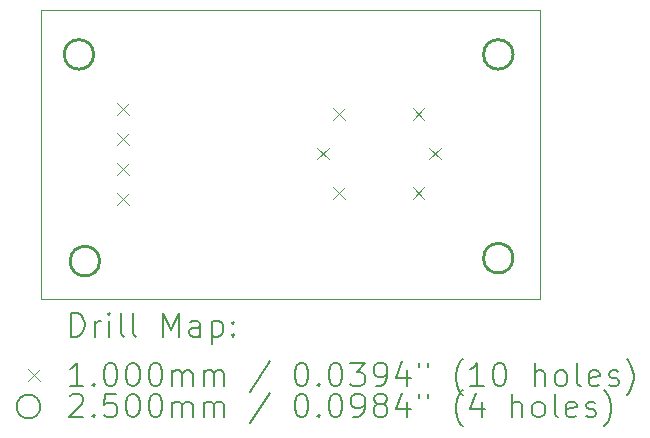
<source format=gbr>
%TF.GenerationSoftware,KiCad,Pcbnew,8.0.3*%
%TF.CreationDate,2024-12-15T00:23:22+01:00*%
%TF.ProjectId,mq7adapter,6d713761-6461-4707-9465-722e6b696361,rev?*%
%TF.SameCoordinates,Original*%
%TF.FileFunction,Drillmap*%
%TF.FilePolarity,Positive*%
%FSLAX45Y45*%
G04 Gerber Fmt 4.5, Leading zero omitted, Abs format (unit mm)*
G04 Created by KiCad (PCBNEW 8.0.3) date 2024-12-15 00:23:22*
%MOMM*%
%LPD*%
G01*
G04 APERTURE LIST*
%ADD10C,0.050000*%
%ADD11C,0.200000*%
%ADD12C,0.100000*%
%ADD13C,0.250000*%
G04 APERTURE END LIST*
D10*
X9500000Y-5500000D02*
X13725000Y-5500000D01*
X13725000Y-7950000D01*
X9500000Y-7950000D01*
X9500000Y-5500000D01*
D11*
D12*
X10150000Y-6288000D02*
X10250000Y-6388000D01*
X10250000Y-6288000D02*
X10150000Y-6388000D01*
X10150000Y-6542000D02*
X10250000Y-6642000D01*
X10250000Y-6542000D02*
X10150000Y-6642000D01*
X10150000Y-6796000D02*
X10250000Y-6896000D01*
X10250000Y-6796000D02*
X10150000Y-6896000D01*
X10150000Y-7050000D02*
X10250000Y-7150000D01*
X10250000Y-7050000D02*
X10150000Y-7150000D01*
X11839000Y-6664000D02*
X11939000Y-6764000D01*
X11939000Y-6664000D02*
X11839000Y-6764000D01*
X11978000Y-6328000D02*
X12078000Y-6428000D01*
X12078000Y-6328000D02*
X11978000Y-6428000D01*
X11978000Y-7000000D02*
X12078000Y-7100000D01*
X12078000Y-7000000D02*
X11978000Y-7100000D01*
X12650000Y-6328000D02*
X12750000Y-6428000D01*
X12750000Y-6328000D02*
X12650000Y-6428000D01*
X12650000Y-7000000D02*
X12750000Y-7100000D01*
X12750000Y-7000000D02*
X12650000Y-7100000D01*
X12789000Y-6664000D02*
X12889000Y-6764000D01*
X12889000Y-6664000D02*
X12789000Y-6764000D01*
D13*
X9950000Y-5875000D02*
G75*
G02*
X9700000Y-5875000I-125000J0D01*
G01*
X9700000Y-5875000D02*
G75*
G02*
X9950000Y-5875000I125000J0D01*
G01*
X10000000Y-7625000D02*
G75*
G02*
X9750000Y-7625000I-125000J0D01*
G01*
X9750000Y-7625000D02*
G75*
G02*
X10000000Y-7625000I125000J0D01*
G01*
X13500000Y-5875000D02*
G75*
G02*
X13250000Y-5875000I-125000J0D01*
G01*
X13250000Y-5875000D02*
G75*
G02*
X13500000Y-5875000I125000J0D01*
G01*
X13500000Y-7600000D02*
G75*
G02*
X13250000Y-7600000I-125000J0D01*
G01*
X13250000Y-7600000D02*
G75*
G02*
X13500000Y-7600000I125000J0D01*
G01*
D11*
X9758277Y-8263984D02*
X9758277Y-8063984D01*
X9758277Y-8063984D02*
X9805896Y-8063984D01*
X9805896Y-8063984D02*
X9834467Y-8073508D01*
X9834467Y-8073508D02*
X9853515Y-8092555D01*
X9853515Y-8092555D02*
X9863039Y-8111603D01*
X9863039Y-8111603D02*
X9872563Y-8149698D01*
X9872563Y-8149698D02*
X9872563Y-8178269D01*
X9872563Y-8178269D02*
X9863039Y-8216365D01*
X9863039Y-8216365D02*
X9853515Y-8235412D01*
X9853515Y-8235412D02*
X9834467Y-8254460D01*
X9834467Y-8254460D02*
X9805896Y-8263984D01*
X9805896Y-8263984D02*
X9758277Y-8263984D01*
X9958277Y-8263984D02*
X9958277Y-8130650D01*
X9958277Y-8168746D02*
X9967801Y-8149698D01*
X9967801Y-8149698D02*
X9977324Y-8140174D01*
X9977324Y-8140174D02*
X9996372Y-8130650D01*
X9996372Y-8130650D02*
X10015420Y-8130650D01*
X10082086Y-8263984D02*
X10082086Y-8130650D01*
X10082086Y-8063984D02*
X10072563Y-8073508D01*
X10072563Y-8073508D02*
X10082086Y-8083031D01*
X10082086Y-8083031D02*
X10091610Y-8073508D01*
X10091610Y-8073508D02*
X10082086Y-8063984D01*
X10082086Y-8063984D02*
X10082086Y-8083031D01*
X10205896Y-8263984D02*
X10186848Y-8254460D01*
X10186848Y-8254460D02*
X10177324Y-8235412D01*
X10177324Y-8235412D02*
X10177324Y-8063984D01*
X10310658Y-8263984D02*
X10291610Y-8254460D01*
X10291610Y-8254460D02*
X10282086Y-8235412D01*
X10282086Y-8235412D02*
X10282086Y-8063984D01*
X10539229Y-8263984D02*
X10539229Y-8063984D01*
X10539229Y-8063984D02*
X10605896Y-8206841D01*
X10605896Y-8206841D02*
X10672563Y-8063984D01*
X10672563Y-8063984D02*
X10672563Y-8263984D01*
X10853515Y-8263984D02*
X10853515Y-8159222D01*
X10853515Y-8159222D02*
X10843991Y-8140174D01*
X10843991Y-8140174D02*
X10824944Y-8130650D01*
X10824944Y-8130650D02*
X10786848Y-8130650D01*
X10786848Y-8130650D02*
X10767801Y-8140174D01*
X10853515Y-8254460D02*
X10834467Y-8263984D01*
X10834467Y-8263984D02*
X10786848Y-8263984D01*
X10786848Y-8263984D02*
X10767801Y-8254460D01*
X10767801Y-8254460D02*
X10758277Y-8235412D01*
X10758277Y-8235412D02*
X10758277Y-8216365D01*
X10758277Y-8216365D02*
X10767801Y-8197317D01*
X10767801Y-8197317D02*
X10786848Y-8187793D01*
X10786848Y-8187793D02*
X10834467Y-8187793D01*
X10834467Y-8187793D02*
X10853515Y-8178269D01*
X10948753Y-8130650D02*
X10948753Y-8330650D01*
X10948753Y-8140174D02*
X10967801Y-8130650D01*
X10967801Y-8130650D02*
X11005896Y-8130650D01*
X11005896Y-8130650D02*
X11024944Y-8140174D01*
X11024944Y-8140174D02*
X11034467Y-8149698D01*
X11034467Y-8149698D02*
X11043991Y-8168746D01*
X11043991Y-8168746D02*
X11043991Y-8225888D01*
X11043991Y-8225888D02*
X11034467Y-8244936D01*
X11034467Y-8244936D02*
X11024944Y-8254460D01*
X11024944Y-8254460D02*
X11005896Y-8263984D01*
X11005896Y-8263984D02*
X10967801Y-8263984D01*
X10967801Y-8263984D02*
X10948753Y-8254460D01*
X11129705Y-8244936D02*
X11139229Y-8254460D01*
X11139229Y-8254460D02*
X11129705Y-8263984D01*
X11129705Y-8263984D02*
X11120182Y-8254460D01*
X11120182Y-8254460D02*
X11129705Y-8244936D01*
X11129705Y-8244936D02*
X11129705Y-8263984D01*
X11129705Y-8140174D02*
X11139229Y-8149698D01*
X11139229Y-8149698D02*
X11129705Y-8159222D01*
X11129705Y-8159222D02*
X11120182Y-8149698D01*
X11120182Y-8149698D02*
X11129705Y-8140174D01*
X11129705Y-8140174D02*
X11129705Y-8159222D01*
D12*
X9397500Y-8542500D02*
X9497500Y-8642500D01*
X9497500Y-8542500D02*
X9397500Y-8642500D01*
D11*
X9863039Y-8683984D02*
X9748753Y-8683984D01*
X9805896Y-8683984D02*
X9805896Y-8483984D01*
X9805896Y-8483984D02*
X9786848Y-8512555D01*
X9786848Y-8512555D02*
X9767801Y-8531603D01*
X9767801Y-8531603D02*
X9748753Y-8541127D01*
X9948753Y-8664936D02*
X9958277Y-8674460D01*
X9958277Y-8674460D02*
X9948753Y-8683984D01*
X9948753Y-8683984D02*
X9939229Y-8674460D01*
X9939229Y-8674460D02*
X9948753Y-8664936D01*
X9948753Y-8664936D02*
X9948753Y-8683984D01*
X10082086Y-8483984D02*
X10101134Y-8483984D01*
X10101134Y-8483984D02*
X10120182Y-8493508D01*
X10120182Y-8493508D02*
X10129705Y-8503031D01*
X10129705Y-8503031D02*
X10139229Y-8522079D01*
X10139229Y-8522079D02*
X10148753Y-8560174D01*
X10148753Y-8560174D02*
X10148753Y-8607793D01*
X10148753Y-8607793D02*
X10139229Y-8645889D01*
X10139229Y-8645889D02*
X10129705Y-8664936D01*
X10129705Y-8664936D02*
X10120182Y-8674460D01*
X10120182Y-8674460D02*
X10101134Y-8683984D01*
X10101134Y-8683984D02*
X10082086Y-8683984D01*
X10082086Y-8683984D02*
X10063039Y-8674460D01*
X10063039Y-8674460D02*
X10053515Y-8664936D01*
X10053515Y-8664936D02*
X10043991Y-8645889D01*
X10043991Y-8645889D02*
X10034467Y-8607793D01*
X10034467Y-8607793D02*
X10034467Y-8560174D01*
X10034467Y-8560174D02*
X10043991Y-8522079D01*
X10043991Y-8522079D02*
X10053515Y-8503031D01*
X10053515Y-8503031D02*
X10063039Y-8493508D01*
X10063039Y-8493508D02*
X10082086Y-8483984D01*
X10272563Y-8483984D02*
X10291610Y-8483984D01*
X10291610Y-8483984D02*
X10310658Y-8493508D01*
X10310658Y-8493508D02*
X10320182Y-8503031D01*
X10320182Y-8503031D02*
X10329705Y-8522079D01*
X10329705Y-8522079D02*
X10339229Y-8560174D01*
X10339229Y-8560174D02*
X10339229Y-8607793D01*
X10339229Y-8607793D02*
X10329705Y-8645889D01*
X10329705Y-8645889D02*
X10320182Y-8664936D01*
X10320182Y-8664936D02*
X10310658Y-8674460D01*
X10310658Y-8674460D02*
X10291610Y-8683984D01*
X10291610Y-8683984D02*
X10272563Y-8683984D01*
X10272563Y-8683984D02*
X10253515Y-8674460D01*
X10253515Y-8674460D02*
X10243991Y-8664936D01*
X10243991Y-8664936D02*
X10234467Y-8645889D01*
X10234467Y-8645889D02*
X10224944Y-8607793D01*
X10224944Y-8607793D02*
X10224944Y-8560174D01*
X10224944Y-8560174D02*
X10234467Y-8522079D01*
X10234467Y-8522079D02*
X10243991Y-8503031D01*
X10243991Y-8503031D02*
X10253515Y-8493508D01*
X10253515Y-8493508D02*
X10272563Y-8483984D01*
X10463039Y-8483984D02*
X10482086Y-8483984D01*
X10482086Y-8483984D02*
X10501134Y-8493508D01*
X10501134Y-8493508D02*
X10510658Y-8503031D01*
X10510658Y-8503031D02*
X10520182Y-8522079D01*
X10520182Y-8522079D02*
X10529705Y-8560174D01*
X10529705Y-8560174D02*
X10529705Y-8607793D01*
X10529705Y-8607793D02*
X10520182Y-8645889D01*
X10520182Y-8645889D02*
X10510658Y-8664936D01*
X10510658Y-8664936D02*
X10501134Y-8674460D01*
X10501134Y-8674460D02*
X10482086Y-8683984D01*
X10482086Y-8683984D02*
X10463039Y-8683984D01*
X10463039Y-8683984D02*
X10443991Y-8674460D01*
X10443991Y-8674460D02*
X10434467Y-8664936D01*
X10434467Y-8664936D02*
X10424944Y-8645889D01*
X10424944Y-8645889D02*
X10415420Y-8607793D01*
X10415420Y-8607793D02*
X10415420Y-8560174D01*
X10415420Y-8560174D02*
X10424944Y-8522079D01*
X10424944Y-8522079D02*
X10434467Y-8503031D01*
X10434467Y-8503031D02*
X10443991Y-8493508D01*
X10443991Y-8493508D02*
X10463039Y-8483984D01*
X10615420Y-8683984D02*
X10615420Y-8550650D01*
X10615420Y-8569698D02*
X10624944Y-8560174D01*
X10624944Y-8560174D02*
X10643991Y-8550650D01*
X10643991Y-8550650D02*
X10672563Y-8550650D01*
X10672563Y-8550650D02*
X10691610Y-8560174D01*
X10691610Y-8560174D02*
X10701134Y-8579222D01*
X10701134Y-8579222D02*
X10701134Y-8683984D01*
X10701134Y-8579222D02*
X10710658Y-8560174D01*
X10710658Y-8560174D02*
X10729705Y-8550650D01*
X10729705Y-8550650D02*
X10758277Y-8550650D01*
X10758277Y-8550650D02*
X10777325Y-8560174D01*
X10777325Y-8560174D02*
X10786848Y-8579222D01*
X10786848Y-8579222D02*
X10786848Y-8683984D01*
X10882086Y-8683984D02*
X10882086Y-8550650D01*
X10882086Y-8569698D02*
X10891610Y-8560174D01*
X10891610Y-8560174D02*
X10910658Y-8550650D01*
X10910658Y-8550650D02*
X10939229Y-8550650D01*
X10939229Y-8550650D02*
X10958277Y-8560174D01*
X10958277Y-8560174D02*
X10967801Y-8579222D01*
X10967801Y-8579222D02*
X10967801Y-8683984D01*
X10967801Y-8579222D02*
X10977325Y-8560174D01*
X10977325Y-8560174D02*
X10996372Y-8550650D01*
X10996372Y-8550650D02*
X11024944Y-8550650D01*
X11024944Y-8550650D02*
X11043991Y-8560174D01*
X11043991Y-8560174D02*
X11053515Y-8579222D01*
X11053515Y-8579222D02*
X11053515Y-8683984D01*
X11443991Y-8474460D02*
X11272563Y-8731603D01*
X11701134Y-8483984D02*
X11720182Y-8483984D01*
X11720182Y-8483984D02*
X11739229Y-8493508D01*
X11739229Y-8493508D02*
X11748753Y-8503031D01*
X11748753Y-8503031D02*
X11758277Y-8522079D01*
X11758277Y-8522079D02*
X11767801Y-8560174D01*
X11767801Y-8560174D02*
X11767801Y-8607793D01*
X11767801Y-8607793D02*
X11758277Y-8645889D01*
X11758277Y-8645889D02*
X11748753Y-8664936D01*
X11748753Y-8664936D02*
X11739229Y-8674460D01*
X11739229Y-8674460D02*
X11720182Y-8683984D01*
X11720182Y-8683984D02*
X11701134Y-8683984D01*
X11701134Y-8683984D02*
X11682086Y-8674460D01*
X11682086Y-8674460D02*
X11672563Y-8664936D01*
X11672563Y-8664936D02*
X11663039Y-8645889D01*
X11663039Y-8645889D02*
X11653515Y-8607793D01*
X11653515Y-8607793D02*
X11653515Y-8560174D01*
X11653515Y-8560174D02*
X11663039Y-8522079D01*
X11663039Y-8522079D02*
X11672563Y-8503031D01*
X11672563Y-8503031D02*
X11682086Y-8493508D01*
X11682086Y-8493508D02*
X11701134Y-8483984D01*
X11853515Y-8664936D02*
X11863039Y-8674460D01*
X11863039Y-8674460D02*
X11853515Y-8683984D01*
X11853515Y-8683984D02*
X11843991Y-8674460D01*
X11843991Y-8674460D02*
X11853515Y-8664936D01*
X11853515Y-8664936D02*
X11853515Y-8683984D01*
X11986848Y-8483984D02*
X12005896Y-8483984D01*
X12005896Y-8483984D02*
X12024944Y-8493508D01*
X12024944Y-8493508D02*
X12034467Y-8503031D01*
X12034467Y-8503031D02*
X12043991Y-8522079D01*
X12043991Y-8522079D02*
X12053515Y-8560174D01*
X12053515Y-8560174D02*
X12053515Y-8607793D01*
X12053515Y-8607793D02*
X12043991Y-8645889D01*
X12043991Y-8645889D02*
X12034467Y-8664936D01*
X12034467Y-8664936D02*
X12024944Y-8674460D01*
X12024944Y-8674460D02*
X12005896Y-8683984D01*
X12005896Y-8683984D02*
X11986848Y-8683984D01*
X11986848Y-8683984D02*
X11967801Y-8674460D01*
X11967801Y-8674460D02*
X11958277Y-8664936D01*
X11958277Y-8664936D02*
X11948753Y-8645889D01*
X11948753Y-8645889D02*
X11939229Y-8607793D01*
X11939229Y-8607793D02*
X11939229Y-8560174D01*
X11939229Y-8560174D02*
X11948753Y-8522079D01*
X11948753Y-8522079D02*
X11958277Y-8503031D01*
X11958277Y-8503031D02*
X11967801Y-8493508D01*
X11967801Y-8493508D02*
X11986848Y-8483984D01*
X12120182Y-8483984D02*
X12243991Y-8483984D01*
X12243991Y-8483984D02*
X12177325Y-8560174D01*
X12177325Y-8560174D02*
X12205896Y-8560174D01*
X12205896Y-8560174D02*
X12224944Y-8569698D01*
X12224944Y-8569698D02*
X12234467Y-8579222D01*
X12234467Y-8579222D02*
X12243991Y-8598270D01*
X12243991Y-8598270D02*
X12243991Y-8645889D01*
X12243991Y-8645889D02*
X12234467Y-8664936D01*
X12234467Y-8664936D02*
X12224944Y-8674460D01*
X12224944Y-8674460D02*
X12205896Y-8683984D01*
X12205896Y-8683984D02*
X12148753Y-8683984D01*
X12148753Y-8683984D02*
X12129706Y-8674460D01*
X12129706Y-8674460D02*
X12120182Y-8664936D01*
X12339229Y-8683984D02*
X12377325Y-8683984D01*
X12377325Y-8683984D02*
X12396372Y-8674460D01*
X12396372Y-8674460D02*
X12405896Y-8664936D01*
X12405896Y-8664936D02*
X12424944Y-8636365D01*
X12424944Y-8636365D02*
X12434467Y-8598270D01*
X12434467Y-8598270D02*
X12434467Y-8522079D01*
X12434467Y-8522079D02*
X12424944Y-8503031D01*
X12424944Y-8503031D02*
X12415420Y-8493508D01*
X12415420Y-8493508D02*
X12396372Y-8483984D01*
X12396372Y-8483984D02*
X12358277Y-8483984D01*
X12358277Y-8483984D02*
X12339229Y-8493508D01*
X12339229Y-8493508D02*
X12329706Y-8503031D01*
X12329706Y-8503031D02*
X12320182Y-8522079D01*
X12320182Y-8522079D02*
X12320182Y-8569698D01*
X12320182Y-8569698D02*
X12329706Y-8588746D01*
X12329706Y-8588746D02*
X12339229Y-8598270D01*
X12339229Y-8598270D02*
X12358277Y-8607793D01*
X12358277Y-8607793D02*
X12396372Y-8607793D01*
X12396372Y-8607793D02*
X12415420Y-8598270D01*
X12415420Y-8598270D02*
X12424944Y-8588746D01*
X12424944Y-8588746D02*
X12434467Y-8569698D01*
X12605896Y-8550650D02*
X12605896Y-8683984D01*
X12558277Y-8474460D02*
X12510658Y-8617317D01*
X12510658Y-8617317D02*
X12634467Y-8617317D01*
X12701134Y-8483984D02*
X12701134Y-8522079D01*
X12777325Y-8483984D02*
X12777325Y-8522079D01*
X13072563Y-8760174D02*
X13063039Y-8750650D01*
X13063039Y-8750650D02*
X13043991Y-8722079D01*
X13043991Y-8722079D02*
X13034468Y-8703031D01*
X13034468Y-8703031D02*
X13024944Y-8674460D01*
X13024944Y-8674460D02*
X13015420Y-8626841D01*
X13015420Y-8626841D02*
X13015420Y-8588746D01*
X13015420Y-8588746D02*
X13024944Y-8541127D01*
X13024944Y-8541127D02*
X13034468Y-8512555D01*
X13034468Y-8512555D02*
X13043991Y-8493508D01*
X13043991Y-8493508D02*
X13063039Y-8464936D01*
X13063039Y-8464936D02*
X13072563Y-8455412D01*
X13253515Y-8683984D02*
X13139229Y-8683984D01*
X13196372Y-8683984D02*
X13196372Y-8483984D01*
X13196372Y-8483984D02*
X13177325Y-8512555D01*
X13177325Y-8512555D02*
X13158277Y-8531603D01*
X13158277Y-8531603D02*
X13139229Y-8541127D01*
X13377325Y-8483984D02*
X13396372Y-8483984D01*
X13396372Y-8483984D02*
X13415420Y-8493508D01*
X13415420Y-8493508D02*
X13424944Y-8503031D01*
X13424944Y-8503031D02*
X13434468Y-8522079D01*
X13434468Y-8522079D02*
X13443991Y-8560174D01*
X13443991Y-8560174D02*
X13443991Y-8607793D01*
X13443991Y-8607793D02*
X13434468Y-8645889D01*
X13434468Y-8645889D02*
X13424944Y-8664936D01*
X13424944Y-8664936D02*
X13415420Y-8674460D01*
X13415420Y-8674460D02*
X13396372Y-8683984D01*
X13396372Y-8683984D02*
X13377325Y-8683984D01*
X13377325Y-8683984D02*
X13358277Y-8674460D01*
X13358277Y-8674460D02*
X13348753Y-8664936D01*
X13348753Y-8664936D02*
X13339229Y-8645889D01*
X13339229Y-8645889D02*
X13329706Y-8607793D01*
X13329706Y-8607793D02*
X13329706Y-8560174D01*
X13329706Y-8560174D02*
X13339229Y-8522079D01*
X13339229Y-8522079D02*
X13348753Y-8503031D01*
X13348753Y-8503031D02*
X13358277Y-8493508D01*
X13358277Y-8493508D02*
X13377325Y-8483984D01*
X13682087Y-8683984D02*
X13682087Y-8483984D01*
X13767801Y-8683984D02*
X13767801Y-8579222D01*
X13767801Y-8579222D02*
X13758277Y-8560174D01*
X13758277Y-8560174D02*
X13739230Y-8550650D01*
X13739230Y-8550650D02*
X13710658Y-8550650D01*
X13710658Y-8550650D02*
X13691610Y-8560174D01*
X13691610Y-8560174D02*
X13682087Y-8569698D01*
X13891610Y-8683984D02*
X13872563Y-8674460D01*
X13872563Y-8674460D02*
X13863039Y-8664936D01*
X13863039Y-8664936D02*
X13853515Y-8645889D01*
X13853515Y-8645889D02*
X13853515Y-8588746D01*
X13853515Y-8588746D02*
X13863039Y-8569698D01*
X13863039Y-8569698D02*
X13872563Y-8560174D01*
X13872563Y-8560174D02*
X13891610Y-8550650D01*
X13891610Y-8550650D02*
X13920182Y-8550650D01*
X13920182Y-8550650D02*
X13939230Y-8560174D01*
X13939230Y-8560174D02*
X13948753Y-8569698D01*
X13948753Y-8569698D02*
X13958277Y-8588746D01*
X13958277Y-8588746D02*
X13958277Y-8645889D01*
X13958277Y-8645889D02*
X13948753Y-8664936D01*
X13948753Y-8664936D02*
X13939230Y-8674460D01*
X13939230Y-8674460D02*
X13920182Y-8683984D01*
X13920182Y-8683984D02*
X13891610Y-8683984D01*
X14072563Y-8683984D02*
X14053515Y-8674460D01*
X14053515Y-8674460D02*
X14043991Y-8655412D01*
X14043991Y-8655412D02*
X14043991Y-8483984D01*
X14224944Y-8674460D02*
X14205896Y-8683984D01*
X14205896Y-8683984D02*
X14167801Y-8683984D01*
X14167801Y-8683984D02*
X14148753Y-8674460D01*
X14148753Y-8674460D02*
X14139230Y-8655412D01*
X14139230Y-8655412D02*
X14139230Y-8579222D01*
X14139230Y-8579222D02*
X14148753Y-8560174D01*
X14148753Y-8560174D02*
X14167801Y-8550650D01*
X14167801Y-8550650D02*
X14205896Y-8550650D01*
X14205896Y-8550650D02*
X14224944Y-8560174D01*
X14224944Y-8560174D02*
X14234468Y-8579222D01*
X14234468Y-8579222D02*
X14234468Y-8598270D01*
X14234468Y-8598270D02*
X14139230Y-8617317D01*
X14310658Y-8674460D02*
X14329706Y-8683984D01*
X14329706Y-8683984D02*
X14367801Y-8683984D01*
X14367801Y-8683984D02*
X14386849Y-8674460D01*
X14386849Y-8674460D02*
X14396372Y-8655412D01*
X14396372Y-8655412D02*
X14396372Y-8645889D01*
X14396372Y-8645889D02*
X14386849Y-8626841D01*
X14386849Y-8626841D02*
X14367801Y-8617317D01*
X14367801Y-8617317D02*
X14339230Y-8617317D01*
X14339230Y-8617317D02*
X14320182Y-8607793D01*
X14320182Y-8607793D02*
X14310658Y-8588746D01*
X14310658Y-8588746D02*
X14310658Y-8579222D01*
X14310658Y-8579222D02*
X14320182Y-8560174D01*
X14320182Y-8560174D02*
X14339230Y-8550650D01*
X14339230Y-8550650D02*
X14367801Y-8550650D01*
X14367801Y-8550650D02*
X14386849Y-8560174D01*
X14463039Y-8760174D02*
X14472563Y-8750650D01*
X14472563Y-8750650D02*
X14491611Y-8722079D01*
X14491611Y-8722079D02*
X14501134Y-8703031D01*
X14501134Y-8703031D02*
X14510658Y-8674460D01*
X14510658Y-8674460D02*
X14520182Y-8626841D01*
X14520182Y-8626841D02*
X14520182Y-8588746D01*
X14520182Y-8588746D02*
X14510658Y-8541127D01*
X14510658Y-8541127D02*
X14501134Y-8512555D01*
X14501134Y-8512555D02*
X14491611Y-8493508D01*
X14491611Y-8493508D02*
X14472563Y-8464936D01*
X14472563Y-8464936D02*
X14463039Y-8455412D01*
X9497500Y-8856500D02*
G75*
G02*
X9297500Y-8856500I-100000J0D01*
G01*
X9297500Y-8856500D02*
G75*
G02*
X9497500Y-8856500I100000J0D01*
G01*
X9748753Y-8767031D02*
X9758277Y-8757508D01*
X9758277Y-8757508D02*
X9777324Y-8747984D01*
X9777324Y-8747984D02*
X9824944Y-8747984D01*
X9824944Y-8747984D02*
X9843991Y-8757508D01*
X9843991Y-8757508D02*
X9853515Y-8767031D01*
X9853515Y-8767031D02*
X9863039Y-8786079D01*
X9863039Y-8786079D02*
X9863039Y-8805127D01*
X9863039Y-8805127D02*
X9853515Y-8833698D01*
X9853515Y-8833698D02*
X9739229Y-8947984D01*
X9739229Y-8947984D02*
X9863039Y-8947984D01*
X9948753Y-8928936D02*
X9958277Y-8938460D01*
X9958277Y-8938460D02*
X9948753Y-8947984D01*
X9948753Y-8947984D02*
X9939229Y-8938460D01*
X9939229Y-8938460D02*
X9948753Y-8928936D01*
X9948753Y-8928936D02*
X9948753Y-8947984D01*
X10139229Y-8747984D02*
X10043991Y-8747984D01*
X10043991Y-8747984D02*
X10034467Y-8843222D01*
X10034467Y-8843222D02*
X10043991Y-8833698D01*
X10043991Y-8833698D02*
X10063039Y-8824174D01*
X10063039Y-8824174D02*
X10110658Y-8824174D01*
X10110658Y-8824174D02*
X10129705Y-8833698D01*
X10129705Y-8833698D02*
X10139229Y-8843222D01*
X10139229Y-8843222D02*
X10148753Y-8862270D01*
X10148753Y-8862270D02*
X10148753Y-8909889D01*
X10148753Y-8909889D02*
X10139229Y-8928936D01*
X10139229Y-8928936D02*
X10129705Y-8938460D01*
X10129705Y-8938460D02*
X10110658Y-8947984D01*
X10110658Y-8947984D02*
X10063039Y-8947984D01*
X10063039Y-8947984D02*
X10043991Y-8938460D01*
X10043991Y-8938460D02*
X10034467Y-8928936D01*
X10272563Y-8747984D02*
X10291610Y-8747984D01*
X10291610Y-8747984D02*
X10310658Y-8757508D01*
X10310658Y-8757508D02*
X10320182Y-8767031D01*
X10320182Y-8767031D02*
X10329705Y-8786079D01*
X10329705Y-8786079D02*
X10339229Y-8824174D01*
X10339229Y-8824174D02*
X10339229Y-8871793D01*
X10339229Y-8871793D02*
X10329705Y-8909889D01*
X10329705Y-8909889D02*
X10320182Y-8928936D01*
X10320182Y-8928936D02*
X10310658Y-8938460D01*
X10310658Y-8938460D02*
X10291610Y-8947984D01*
X10291610Y-8947984D02*
X10272563Y-8947984D01*
X10272563Y-8947984D02*
X10253515Y-8938460D01*
X10253515Y-8938460D02*
X10243991Y-8928936D01*
X10243991Y-8928936D02*
X10234467Y-8909889D01*
X10234467Y-8909889D02*
X10224944Y-8871793D01*
X10224944Y-8871793D02*
X10224944Y-8824174D01*
X10224944Y-8824174D02*
X10234467Y-8786079D01*
X10234467Y-8786079D02*
X10243991Y-8767031D01*
X10243991Y-8767031D02*
X10253515Y-8757508D01*
X10253515Y-8757508D02*
X10272563Y-8747984D01*
X10463039Y-8747984D02*
X10482086Y-8747984D01*
X10482086Y-8747984D02*
X10501134Y-8757508D01*
X10501134Y-8757508D02*
X10510658Y-8767031D01*
X10510658Y-8767031D02*
X10520182Y-8786079D01*
X10520182Y-8786079D02*
X10529705Y-8824174D01*
X10529705Y-8824174D02*
X10529705Y-8871793D01*
X10529705Y-8871793D02*
X10520182Y-8909889D01*
X10520182Y-8909889D02*
X10510658Y-8928936D01*
X10510658Y-8928936D02*
X10501134Y-8938460D01*
X10501134Y-8938460D02*
X10482086Y-8947984D01*
X10482086Y-8947984D02*
X10463039Y-8947984D01*
X10463039Y-8947984D02*
X10443991Y-8938460D01*
X10443991Y-8938460D02*
X10434467Y-8928936D01*
X10434467Y-8928936D02*
X10424944Y-8909889D01*
X10424944Y-8909889D02*
X10415420Y-8871793D01*
X10415420Y-8871793D02*
X10415420Y-8824174D01*
X10415420Y-8824174D02*
X10424944Y-8786079D01*
X10424944Y-8786079D02*
X10434467Y-8767031D01*
X10434467Y-8767031D02*
X10443991Y-8757508D01*
X10443991Y-8757508D02*
X10463039Y-8747984D01*
X10615420Y-8947984D02*
X10615420Y-8814650D01*
X10615420Y-8833698D02*
X10624944Y-8824174D01*
X10624944Y-8824174D02*
X10643991Y-8814650D01*
X10643991Y-8814650D02*
X10672563Y-8814650D01*
X10672563Y-8814650D02*
X10691610Y-8824174D01*
X10691610Y-8824174D02*
X10701134Y-8843222D01*
X10701134Y-8843222D02*
X10701134Y-8947984D01*
X10701134Y-8843222D02*
X10710658Y-8824174D01*
X10710658Y-8824174D02*
X10729705Y-8814650D01*
X10729705Y-8814650D02*
X10758277Y-8814650D01*
X10758277Y-8814650D02*
X10777325Y-8824174D01*
X10777325Y-8824174D02*
X10786848Y-8843222D01*
X10786848Y-8843222D02*
X10786848Y-8947984D01*
X10882086Y-8947984D02*
X10882086Y-8814650D01*
X10882086Y-8833698D02*
X10891610Y-8824174D01*
X10891610Y-8824174D02*
X10910658Y-8814650D01*
X10910658Y-8814650D02*
X10939229Y-8814650D01*
X10939229Y-8814650D02*
X10958277Y-8824174D01*
X10958277Y-8824174D02*
X10967801Y-8843222D01*
X10967801Y-8843222D02*
X10967801Y-8947984D01*
X10967801Y-8843222D02*
X10977325Y-8824174D01*
X10977325Y-8824174D02*
X10996372Y-8814650D01*
X10996372Y-8814650D02*
X11024944Y-8814650D01*
X11024944Y-8814650D02*
X11043991Y-8824174D01*
X11043991Y-8824174D02*
X11053515Y-8843222D01*
X11053515Y-8843222D02*
X11053515Y-8947984D01*
X11443991Y-8738460D02*
X11272563Y-8995603D01*
X11701134Y-8747984D02*
X11720182Y-8747984D01*
X11720182Y-8747984D02*
X11739229Y-8757508D01*
X11739229Y-8757508D02*
X11748753Y-8767031D01*
X11748753Y-8767031D02*
X11758277Y-8786079D01*
X11758277Y-8786079D02*
X11767801Y-8824174D01*
X11767801Y-8824174D02*
X11767801Y-8871793D01*
X11767801Y-8871793D02*
X11758277Y-8909889D01*
X11758277Y-8909889D02*
X11748753Y-8928936D01*
X11748753Y-8928936D02*
X11739229Y-8938460D01*
X11739229Y-8938460D02*
X11720182Y-8947984D01*
X11720182Y-8947984D02*
X11701134Y-8947984D01*
X11701134Y-8947984D02*
X11682086Y-8938460D01*
X11682086Y-8938460D02*
X11672563Y-8928936D01*
X11672563Y-8928936D02*
X11663039Y-8909889D01*
X11663039Y-8909889D02*
X11653515Y-8871793D01*
X11653515Y-8871793D02*
X11653515Y-8824174D01*
X11653515Y-8824174D02*
X11663039Y-8786079D01*
X11663039Y-8786079D02*
X11672563Y-8767031D01*
X11672563Y-8767031D02*
X11682086Y-8757508D01*
X11682086Y-8757508D02*
X11701134Y-8747984D01*
X11853515Y-8928936D02*
X11863039Y-8938460D01*
X11863039Y-8938460D02*
X11853515Y-8947984D01*
X11853515Y-8947984D02*
X11843991Y-8938460D01*
X11843991Y-8938460D02*
X11853515Y-8928936D01*
X11853515Y-8928936D02*
X11853515Y-8947984D01*
X11986848Y-8747984D02*
X12005896Y-8747984D01*
X12005896Y-8747984D02*
X12024944Y-8757508D01*
X12024944Y-8757508D02*
X12034467Y-8767031D01*
X12034467Y-8767031D02*
X12043991Y-8786079D01*
X12043991Y-8786079D02*
X12053515Y-8824174D01*
X12053515Y-8824174D02*
X12053515Y-8871793D01*
X12053515Y-8871793D02*
X12043991Y-8909889D01*
X12043991Y-8909889D02*
X12034467Y-8928936D01*
X12034467Y-8928936D02*
X12024944Y-8938460D01*
X12024944Y-8938460D02*
X12005896Y-8947984D01*
X12005896Y-8947984D02*
X11986848Y-8947984D01*
X11986848Y-8947984D02*
X11967801Y-8938460D01*
X11967801Y-8938460D02*
X11958277Y-8928936D01*
X11958277Y-8928936D02*
X11948753Y-8909889D01*
X11948753Y-8909889D02*
X11939229Y-8871793D01*
X11939229Y-8871793D02*
X11939229Y-8824174D01*
X11939229Y-8824174D02*
X11948753Y-8786079D01*
X11948753Y-8786079D02*
X11958277Y-8767031D01*
X11958277Y-8767031D02*
X11967801Y-8757508D01*
X11967801Y-8757508D02*
X11986848Y-8747984D01*
X12148753Y-8947984D02*
X12186848Y-8947984D01*
X12186848Y-8947984D02*
X12205896Y-8938460D01*
X12205896Y-8938460D02*
X12215420Y-8928936D01*
X12215420Y-8928936D02*
X12234467Y-8900365D01*
X12234467Y-8900365D02*
X12243991Y-8862270D01*
X12243991Y-8862270D02*
X12243991Y-8786079D01*
X12243991Y-8786079D02*
X12234467Y-8767031D01*
X12234467Y-8767031D02*
X12224944Y-8757508D01*
X12224944Y-8757508D02*
X12205896Y-8747984D01*
X12205896Y-8747984D02*
X12167801Y-8747984D01*
X12167801Y-8747984D02*
X12148753Y-8757508D01*
X12148753Y-8757508D02*
X12139229Y-8767031D01*
X12139229Y-8767031D02*
X12129706Y-8786079D01*
X12129706Y-8786079D02*
X12129706Y-8833698D01*
X12129706Y-8833698D02*
X12139229Y-8852746D01*
X12139229Y-8852746D02*
X12148753Y-8862270D01*
X12148753Y-8862270D02*
X12167801Y-8871793D01*
X12167801Y-8871793D02*
X12205896Y-8871793D01*
X12205896Y-8871793D02*
X12224944Y-8862270D01*
X12224944Y-8862270D02*
X12234467Y-8852746D01*
X12234467Y-8852746D02*
X12243991Y-8833698D01*
X12358277Y-8833698D02*
X12339229Y-8824174D01*
X12339229Y-8824174D02*
X12329706Y-8814650D01*
X12329706Y-8814650D02*
X12320182Y-8795603D01*
X12320182Y-8795603D02*
X12320182Y-8786079D01*
X12320182Y-8786079D02*
X12329706Y-8767031D01*
X12329706Y-8767031D02*
X12339229Y-8757508D01*
X12339229Y-8757508D02*
X12358277Y-8747984D01*
X12358277Y-8747984D02*
X12396372Y-8747984D01*
X12396372Y-8747984D02*
X12415420Y-8757508D01*
X12415420Y-8757508D02*
X12424944Y-8767031D01*
X12424944Y-8767031D02*
X12434467Y-8786079D01*
X12434467Y-8786079D02*
X12434467Y-8795603D01*
X12434467Y-8795603D02*
X12424944Y-8814650D01*
X12424944Y-8814650D02*
X12415420Y-8824174D01*
X12415420Y-8824174D02*
X12396372Y-8833698D01*
X12396372Y-8833698D02*
X12358277Y-8833698D01*
X12358277Y-8833698D02*
X12339229Y-8843222D01*
X12339229Y-8843222D02*
X12329706Y-8852746D01*
X12329706Y-8852746D02*
X12320182Y-8871793D01*
X12320182Y-8871793D02*
X12320182Y-8909889D01*
X12320182Y-8909889D02*
X12329706Y-8928936D01*
X12329706Y-8928936D02*
X12339229Y-8938460D01*
X12339229Y-8938460D02*
X12358277Y-8947984D01*
X12358277Y-8947984D02*
X12396372Y-8947984D01*
X12396372Y-8947984D02*
X12415420Y-8938460D01*
X12415420Y-8938460D02*
X12424944Y-8928936D01*
X12424944Y-8928936D02*
X12434467Y-8909889D01*
X12434467Y-8909889D02*
X12434467Y-8871793D01*
X12434467Y-8871793D02*
X12424944Y-8852746D01*
X12424944Y-8852746D02*
X12415420Y-8843222D01*
X12415420Y-8843222D02*
X12396372Y-8833698D01*
X12605896Y-8814650D02*
X12605896Y-8947984D01*
X12558277Y-8738460D02*
X12510658Y-8881317D01*
X12510658Y-8881317D02*
X12634467Y-8881317D01*
X12701134Y-8747984D02*
X12701134Y-8786079D01*
X12777325Y-8747984D02*
X12777325Y-8786079D01*
X13072563Y-9024174D02*
X13063039Y-9014650D01*
X13063039Y-9014650D02*
X13043991Y-8986079D01*
X13043991Y-8986079D02*
X13034468Y-8967031D01*
X13034468Y-8967031D02*
X13024944Y-8938460D01*
X13024944Y-8938460D02*
X13015420Y-8890841D01*
X13015420Y-8890841D02*
X13015420Y-8852746D01*
X13015420Y-8852746D02*
X13024944Y-8805127D01*
X13024944Y-8805127D02*
X13034468Y-8776555D01*
X13034468Y-8776555D02*
X13043991Y-8757508D01*
X13043991Y-8757508D02*
X13063039Y-8728936D01*
X13063039Y-8728936D02*
X13072563Y-8719412D01*
X13234468Y-8814650D02*
X13234468Y-8947984D01*
X13186848Y-8738460D02*
X13139229Y-8881317D01*
X13139229Y-8881317D02*
X13263039Y-8881317D01*
X13491610Y-8947984D02*
X13491610Y-8747984D01*
X13577325Y-8947984D02*
X13577325Y-8843222D01*
X13577325Y-8843222D02*
X13567801Y-8824174D01*
X13567801Y-8824174D02*
X13548753Y-8814650D01*
X13548753Y-8814650D02*
X13520182Y-8814650D01*
X13520182Y-8814650D02*
X13501134Y-8824174D01*
X13501134Y-8824174D02*
X13491610Y-8833698D01*
X13701134Y-8947984D02*
X13682087Y-8938460D01*
X13682087Y-8938460D02*
X13672563Y-8928936D01*
X13672563Y-8928936D02*
X13663039Y-8909889D01*
X13663039Y-8909889D02*
X13663039Y-8852746D01*
X13663039Y-8852746D02*
X13672563Y-8833698D01*
X13672563Y-8833698D02*
X13682087Y-8824174D01*
X13682087Y-8824174D02*
X13701134Y-8814650D01*
X13701134Y-8814650D02*
X13729706Y-8814650D01*
X13729706Y-8814650D02*
X13748753Y-8824174D01*
X13748753Y-8824174D02*
X13758277Y-8833698D01*
X13758277Y-8833698D02*
X13767801Y-8852746D01*
X13767801Y-8852746D02*
X13767801Y-8909889D01*
X13767801Y-8909889D02*
X13758277Y-8928936D01*
X13758277Y-8928936D02*
X13748753Y-8938460D01*
X13748753Y-8938460D02*
X13729706Y-8947984D01*
X13729706Y-8947984D02*
X13701134Y-8947984D01*
X13882087Y-8947984D02*
X13863039Y-8938460D01*
X13863039Y-8938460D02*
X13853515Y-8919412D01*
X13853515Y-8919412D02*
X13853515Y-8747984D01*
X14034468Y-8938460D02*
X14015420Y-8947984D01*
X14015420Y-8947984D02*
X13977325Y-8947984D01*
X13977325Y-8947984D02*
X13958277Y-8938460D01*
X13958277Y-8938460D02*
X13948753Y-8919412D01*
X13948753Y-8919412D02*
X13948753Y-8843222D01*
X13948753Y-8843222D02*
X13958277Y-8824174D01*
X13958277Y-8824174D02*
X13977325Y-8814650D01*
X13977325Y-8814650D02*
X14015420Y-8814650D01*
X14015420Y-8814650D02*
X14034468Y-8824174D01*
X14034468Y-8824174D02*
X14043991Y-8843222D01*
X14043991Y-8843222D02*
X14043991Y-8862270D01*
X14043991Y-8862270D02*
X13948753Y-8881317D01*
X14120182Y-8938460D02*
X14139230Y-8947984D01*
X14139230Y-8947984D02*
X14177325Y-8947984D01*
X14177325Y-8947984D02*
X14196372Y-8938460D01*
X14196372Y-8938460D02*
X14205896Y-8919412D01*
X14205896Y-8919412D02*
X14205896Y-8909889D01*
X14205896Y-8909889D02*
X14196372Y-8890841D01*
X14196372Y-8890841D02*
X14177325Y-8881317D01*
X14177325Y-8881317D02*
X14148753Y-8881317D01*
X14148753Y-8881317D02*
X14129706Y-8871793D01*
X14129706Y-8871793D02*
X14120182Y-8852746D01*
X14120182Y-8852746D02*
X14120182Y-8843222D01*
X14120182Y-8843222D02*
X14129706Y-8824174D01*
X14129706Y-8824174D02*
X14148753Y-8814650D01*
X14148753Y-8814650D02*
X14177325Y-8814650D01*
X14177325Y-8814650D02*
X14196372Y-8824174D01*
X14272563Y-9024174D02*
X14282087Y-9014650D01*
X14282087Y-9014650D02*
X14301134Y-8986079D01*
X14301134Y-8986079D02*
X14310658Y-8967031D01*
X14310658Y-8967031D02*
X14320182Y-8938460D01*
X14320182Y-8938460D02*
X14329706Y-8890841D01*
X14329706Y-8890841D02*
X14329706Y-8852746D01*
X14329706Y-8852746D02*
X14320182Y-8805127D01*
X14320182Y-8805127D02*
X14310658Y-8776555D01*
X14310658Y-8776555D02*
X14301134Y-8757508D01*
X14301134Y-8757508D02*
X14282087Y-8728936D01*
X14282087Y-8728936D02*
X14272563Y-8719412D01*
M02*

</source>
